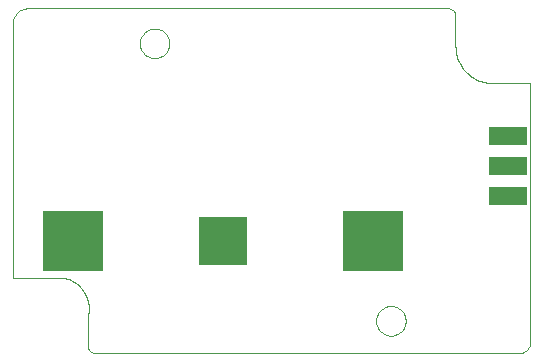
<source format=gtp>
G75*
%MOIN*%
%OFA0B0*%
%FSLAX24Y24*%
%IPPOS*%
%LPD*%
%AMOC8*
5,1,8,0,0,1.08239X$1,22.5*
%
%ADD10C,0.0000*%
%ADD11R,0.1300X0.0600*%
%ADD12R,0.1600X0.1600*%
%ADD13R,0.2000X0.2000*%
D10*
X002650Y000550D02*
X002650Y001550D01*
X002663Y001611D01*
X002673Y001672D01*
X002679Y001734D01*
X002681Y001797D01*
X002679Y001859D01*
X002674Y001921D01*
X002665Y001982D01*
X002652Y002043D01*
X002635Y002103D01*
X002615Y002162D01*
X002592Y002220D01*
X002564Y002276D01*
X002534Y002330D01*
X002500Y002383D01*
X002464Y002433D01*
X002424Y002481D01*
X002381Y002527D01*
X002336Y002569D01*
X002289Y002609D01*
X002238Y002647D01*
X002186Y002681D01*
X002132Y002711D01*
X002076Y002739D01*
X002019Y002763D01*
X001960Y002783D01*
X001900Y002800D01*
X000150Y002800D01*
X000150Y011406D01*
X000150Y011300D02*
X000152Y011344D01*
X000158Y011387D01*
X000167Y011429D01*
X000180Y011471D01*
X000197Y011511D01*
X000217Y011550D01*
X000240Y011587D01*
X000267Y011621D01*
X000296Y011654D01*
X000329Y011683D01*
X000363Y011710D01*
X000400Y011733D01*
X000439Y011753D01*
X000479Y011770D01*
X000521Y011783D01*
X000563Y011792D01*
X000606Y011798D01*
X000650Y011800D01*
X014650Y011800D01*
X014680Y011798D01*
X014710Y011793D01*
X014739Y011784D01*
X014766Y011771D01*
X014792Y011756D01*
X014816Y011737D01*
X014837Y011716D01*
X014856Y011692D01*
X014871Y011666D01*
X014884Y011639D01*
X014893Y011610D01*
X014898Y011580D01*
X014900Y011550D01*
X014900Y010550D01*
X014902Y010482D01*
X014907Y010415D01*
X014916Y010348D01*
X014929Y010281D01*
X014946Y010216D01*
X014965Y010151D01*
X014989Y010087D01*
X015016Y010025D01*
X015046Y009964D01*
X015079Y009906D01*
X015115Y009849D01*
X015155Y009794D01*
X015197Y009741D01*
X015243Y009690D01*
X015290Y009643D01*
X015341Y009597D01*
X015394Y009555D01*
X015449Y009515D01*
X015506Y009479D01*
X015564Y009446D01*
X015625Y009416D01*
X015687Y009389D01*
X015751Y009365D01*
X015816Y009346D01*
X015881Y009329D01*
X015948Y009316D01*
X016015Y009307D01*
X016082Y009302D01*
X016150Y009300D01*
X017400Y009300D01*
X017400Y000694D01*
X017398Y000655D01*
X017392Y000617D01*
X017383Y000580D01*
X017370Y000543D01*
X017353Y000508D01*
X017334Y000475D01*
X017311Y000444D01*
X017285Y000415D01*
X017256Y000389D01*
X017225Y000366D01*
X017192Y000347D01*
X017157Y000330D01*
X017120Y000317D01*
X017083Y000308D01*
X017045Y000302D01*
X017006Y000300D01*
X017150Y000300D02*
X002900Y000300D01*
X002870Y000302D01*
X002840Y000307D01*
X002811Y000316D01*
X002784Y000329D01*
X002758Y000344D01*
X002734Y000363D01*
X002713Y000384D01*
X002694Y000408D01*
X002679Y000434D01*
X002666Y000461D01*
X002657Y000490D01*
X002652Y000520D01*
X002650Y000550D01*
X012256Y001383D02*
X012258Y001427D01*
X012264Y001471D01*
X012274Y001514D01*
X012287Y001556D01*
X012305Y001596D01*
X012326Y001635D01*
X012350Y001672D01*
X012377Y001707D01*
X012408Y001739D01*
X012441Y001768D01*
X012477Y001794D01*
X012515Y001816D01*
X012555Y001835D01*
X012596Y001851D01*
X012639Y001863D01*
X012682Y001871D01*
X012726Y001875D01*
X012770Y001875D01*
X012814Y001871D01*
X012857Y001863D01*
X012900Y001851D01*
X012941Y001835D01*
X012981Y001816D01*
X013019Y001794D01*
X013055Y001768D01*
X013088Y001739D01*
X013119Y001707D01*
X013146Y001672D01*
X013170Y001635D01*
X013191Y001596D01*
X013209Y001556D01*
X013222Y001514D01*
X013232Y001471D01*
X013238Y001427D01*
X013240Y001383D01*
X013238Y001339D01*
X013232Y001295D01*
X013222Y001252D01*
X013209Y001210D01*
X013191Y001170D01*
X013170Y001131D01*
X013146Y001094D01*
X013119Y001059D01*
X013088Y001027D01*
X013055Y000998D01*
X013019Y000972D01*
X012981Y000950D01*
X012941Y000931D01*
X012900Y000915D01*
X012857Y000903D01*
X012814Y000895D01*
X012770Y000891D01*
X012726Y000891D01*
X012682Y000895D01*
X012639Y000903D01*
X012596Y000915D01*
X012555Y000931D01*
X012515Y000950D01*
X012477Y000972D01*
X012441Y000998D01*
X012408Y001027D01*
X012377Y001059D01*
X012350Y001094D01*
X012326Y001131D01*
X012305Y001170D01*
X012287Y001210D01*
X012274Y001252D01*
X012264Y001295D01*
X012258Y001339D01*
X012256Y001383D01*
X004382Y010635D02*
X004384Y010679D01*
X004390Y010723D01*
X004400Y010766D01*
X004413Y010808D01*
X004431Y010848D01*
X004452Y010887D01*
X004476Y010924D01*
X004503Y010959D01*
X004534Y010991D01*
X004567Y011020D01*
X004603Y011046D01*
X004641Y011068D01*
X004681Y011087D01*
X004722Y011103D01*
X004765Y011115D01*
X004808Y011123D01*
X004852Y011127D01*
X004896Y011127D01*
X004940Y011123D01*
X004983Y011115D01*
X005026Y011103D01*
X005067Y011087D01*
X005107Y011068D01*
X005145Y011046D01*
X005181Y011020D01*
X005214Y010991D01*
X005245Y010959D01*
X005272Y010924D01*
X005296Y010887D01*
X005317Y010848D01*
X005335Y010808D01*
X005348Y010766D01*
X005358Y010723D01*
X005364Y010679D01*
X005366Y010635D01*
X005364Y010591D01*
X005358Y010547D01*
X005348Y010504D01*
X005335Y010462D01*
X005317Y010422D01*
X005296Y010383D01*
X005272Y010346D01*
X005245Y010311D01*
X005214Y010279D01*
X005181Y010250D01*
X005145Y010224D01*
X005107Y010202D01*
X005067Y010183D01*
X005026Y010167D01*
X004983Y010155D01*
X004940Y010147D01*
X004896Y010143D01*
X004852Y010143D01*
X004808Y010147D01*
X004765Y010155D01*
X004722Y010167D01*
X004681Y010183D01*
X004641Y010202D01*
X004603Y010224D01*
X004567Y010250D01*
X004534Y010279D01*
X004503Y010311D01*
X004476Y010346D01*
X004452Y010383D01*
X004431Y010422D01*
X004413Y010462D01*
X004400Y010504D01*
X004390Y010547D01*
X004384Y010591D01*
X004382Y010635D01*
D11*
X016650Y007550D03*
X016650Y006550D03*
X016650Y005550D03*
D12*
X007150Y004050D03*
D13*
X002150Y004050D03*
X012150Y004050D03*
M02*

</source>
